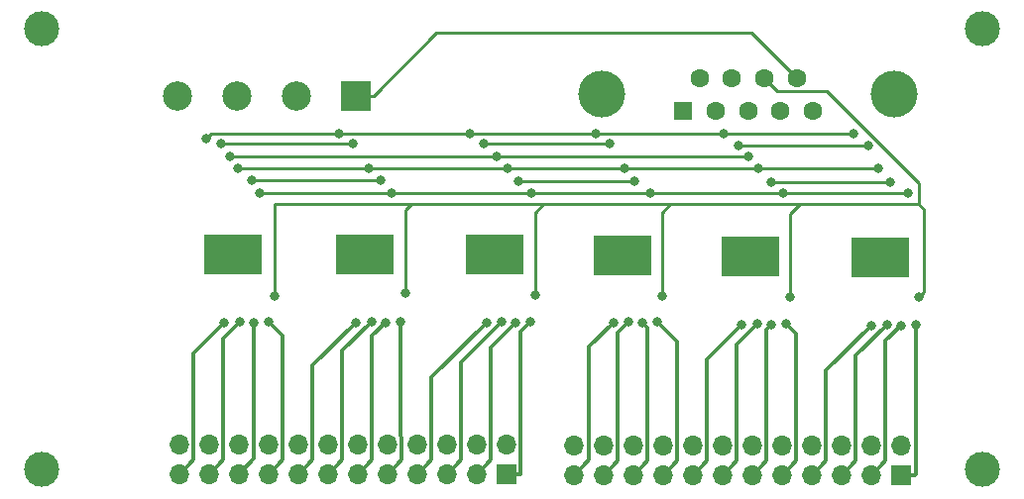
<source format=gbr>
G04 #@! TF.GenerationSoftware,KiCad,Pcbnew,(5.0.0)*
G04 #@! TF.CreationDate,2019-03-26T18:29:11-05:00*
G04 #@! TF.ProjectId,PP_OCT,50505F4F43542E6B696361645F706362,rev?*
G04 #@! TF.SameCoordinates,Original*
G04 #@! TF.FileFunction,Copper,L2,Bot,Signal*
G04 #@! TF.FilePolarity,Positive*
%FSLAX46Y46*%
G04 Gerber Fmt 4.6, Leading zero omitted, Abs format (unit mm)*
G04 Created by KiCad (PCBNEW (5.0.0)) date 03/26/19 18:29:11*
%MOMM*%
%LPD*%
G01*
G04 APERTURE LIST*
G04 #@! TA.AperFunction,ComponentPad*
%ADD10C,3.000000*%
G04 #@! TD*
G04 #@! TA.AperFunction,ComponentPad*
%ADD11R,1.700000X1.700000*%
G04 #@! TD*
G04 #@! TA.AperFunction,ComponentPad*
%ADD12O,1.700000X1.700000*%
G04 #@! TD*
G04 #@! TA.AperFunction,ComponentPad*
%ADD13C,2.500000*%
G04 #@! TD*
G04 #@! TA.AperFunction,ComponentPad*
%ADD14R,2.500000X2.500000*%
G04 #@! TD*
G04 #@! TA.AperFunction,ViaPad*
%ADD15C,0.600000*%
G04 #@! TD*
G04 #@! TA.AperFunction,Conductor*
%ADD16R,5.000000X3.400000*%
G04 #@! TD*
G04 #@! TA.AperFunction,ComponentPad*
%ADD17C,4.000000*%
G04 #@! TD*
G04 #@! TA.AperFunction,ComponentPad*
%ADD18C,1.600000*%
G04 #@! TD*
G04 #@! TA.AperFunction,ComponentPad*
%ADD19R,1.600000X1.600000*%
G04 #@! TD*
G04 #@! TA.AperFunction,ViaPad*
%ADD20C,0.800000*%
G04 #@! TD*
G04 #@! TA.AperFunction,Conductor*
%ADD21C,0.350000*%
G04 #@! TD*
G04 #@! TA.AperFunction,Conductor*
%ADD22C,0.250000*%
G04 #@! TD*
G04 APERTURE END LIST*
D10*
G04 #@! TO.P,REF\002A\002A,1*
G04 #@! TO.N,N/C*
X170950000Y-112470000D03*
G04 #@! TD*
G04 #@! TO.P,REF\002A\002A,1*
G04 #@! TO.N,N/C*
X90620000Y-112470000D03*
G04 #@! TD*
G04 #@! TO.P,REF\002A\002A,1*
G04 #@! TO.N,N/C*
X170950000Y-150140000D03*
G04 #@! TD*
G04 #@! TO.P,REF\002A\002A,1*
G04 #@! TO.N,N/C*
X90620000Y-150140000D03*
G04 #@! TD*
D11*
G04 #@! TO.P,J3,1*
G04 #@! TO.N,Net-(J3-Pad1)*
X163960000Y-150600000D03*
D12*
G04 #@! TO.P,J3,2*
G04 #@! TO.N,/VCC*
X136020000Y-148060000D03*
G04 #@! TO.P,J3,3*
G04 #@! TO.N,Net-(J3-Pad3)*
X161420000Y-150600000D03*
G04 #@! TO.P,J3,4*
G04 #@! TO.N,/VCC*
X138560000Y-148060000D03*
G04 #@! TO.P,J3,5*
G04 #@! TO.N,Net-(J3-Pad5)*
X158880000Y-150600000D03*
G04 #@! TO.P,J3,6*
G04 #@! TO.N,/VCC*
X141100000Y-148060000D03*
G04 #@! TO.P,J3,7*
G04 #@! TO.N,Net-(J3-Pad7)*
X156340000Y-150600000D03*
G04 #@! TO.P,J3,8*
G04 #@! TO.N,/VCC*
X143640000Y-148060000D03*
G04 #@! TO.P,J3,9*
G04 #@! TO.N,Net-(J3-Pad9)*
X153800000Y-150600000D03*
G04 #@! TO.P,J3,10*
G04 #@! TO.N,/VCC*
X146180000Y-148060000D03*
G04 #@! TO.P,J3,11*
G04 #@! TO.N,Net-(J3-Pad11)*
X151260000Y-150600000D03*
G04 #@! TO.P,J3,12*
G04 #@! TO.N,/VCC*
X148720000Y-148060000D03*
G04 #@! TO.P,J3,13*
G04 #@! TO.N,Net-(J3-Pad13)*
X148720000Y-150600000D03*
G04 #@! TO.P,J3,14*
G04 #@! TO.N,/VCC*
X151260000Y-148060000D03*
G04 #@! TO.P,J3,15*
G04 #@! TO.N,Net-(J3-Pad15)*
X146180000Y-150600000D03*
G04 #@! TO.P,J3,16*
G04 #@! TO.N,/VCC*
X153800000Y-148060000D03*
G04 #@! TO.P,J3,17*
G04 #@! TO.N,Net-(J3-Pad17)*
X143640000Y-150600000D03*
G04 #@! TO.P,J3,18*
G04 #@! TO.N,/VCC*
X156340000Y-148060000D03*
G04 #@! TO.P,J3,19*
G04 #@! TO.N,Net-(J3-Pad19)*
X141100000Y-150600000D03*
G04 #@! TO.P,J3,20*
G04 #@! TO.N,/VCC*
X158880000Y-148060000D03*
G04 #@! TO.P,J3,21*
G04 #@! TO.N,Net-(J3-Pad21)*
X138560000Y-150600000D03*
G04 #@! TO.P,J3,22*
G04 #@! TO.N,/VCC*
X161420000Y-148060000D03*
G04 #@! TO.P,J3,23*
G04 #@! TO.N,Net-(J3-Pad23)*
X136020000Y-150600000D03*
G04 #@! TO.P,J3,24*
G04 #@! TO.N,/VCC*
X163960000Y-148060000D03*
G04 #@! TD*
D11*
G04 #@! TO.P,J4,1*
G04 #@! TO.N,Net-(J4-Pad1)*
X130270000Y-150520000D03*
D12*
G04 #@! TO.P,J4,2*
G04 #@! TO.N,/VCC*
X102330000Y-147980000D03*
G04 #@! TO.P,J4,3*
G04 #@! TO.N,Net-(J4-Pad3)*
X127730000Y-150520000D03*
G04 #@! TO.P,J4,4*
G04 #@! TO.N,/VCC*
X104870000Y-147980000D03*
G04 #@! TO.P,J4,5*
G04 #@! TO.N,Net-(J4-Pad5)*
X125190000Y-150520000D03*
G04 #@! TO.P,J4,6*
G04 #@! TO.N,/VCC*
X107410000Y-147980000D03*
G04 #@! TO.P,J4,7*
G04 #@! TO.N,Net-(J4-Pad7)*
X122650000Y-150520000D03*
G04 #@! TO.P,J4,8*
G04 #@! TO.N,/VCC*
X109950000Y-147980000D03*
G04 #@! TO.P,J4,9*
G04 #@! TO.N,Net-(J4-Pad9)*
X120110000Y-150520000D03*
G04 #@! TO.P,J4,10*
G04 #@! TO.N,/VCC*
X112490000Y-147980000D03*
G04 #@! TO.P,J4,11*
G04 #@! TO.N,Net-(J4-Pad11)*
X117570000Y-150520000D03*
G04 #@! TO.P,J4,12*
G04 #@! TO.N,/VCC*
X115030000Y-147980000D03*
G04 #@! TO.P,J4,13*
G04 #@! TO.N,Net-(J4-Pad13)*
X115030000Y-150520000D03*
G04 #@! TO.P,J4,14*
G04 #@! TO.N,/VCC*
X117570000Y-147980000D03*
G04 #@! TO.P,J4,15*
G04 #@! TO.N,Net-(J4-Pad15)*
X112490000Y-150520000D03*
G04 #@! TO.P,J4,16*
G04 #@! TO.N,/VCC*
X120110000Y-147980000D03*
G04 #@! TO.P,J4,17*
G04 #@! TO.N,Net-(J4-Pad17)*
X109950000Y-150520000D03*
G04 #@! TO.P,J4,18*
G04 #@! TO.N,/VCC*
X122650000Y-147980000D03*
G04 #@! TO.P,J4,19*
G04 #@! TO.N,Net-(J4-Pad19)*
X107410000Y-150520000D03*
G04 #@! TO.P,J4,20*
G04 #@! TO.N,/VCC*
X125190000Y-147980000D03*
G04 #@! TO.P,J4,21*
G04 #@! TO.N,Net-(J4-Pad21)*
X104870000Y-150520000D03*
G04 #@! TO.P,J4,22*
G04 #@! TO.N,/VCC*
X127730000Y-147980000D03*
G04 #@! TO.P,J4,23*
G04 #@! TO.N,Net-(J4-Pad23)*
X102330000Y-150520000D03*
G04 #@! TO.P,J4,24*
G04 #@! TO.N,/VCC*
X130270000Y-147980000D03*
G04 #@! TD*
D13*
G04 #@! TO.P,J1,4*
G04 #@! TO.N,/VCC*
X102190000Y-118160000D03*
G04 #@! TO.P,J1,3*
X107270000Y-118160000D03*
G04 #@! TO.P,J1,2*
G04 #@! TO.N,/GND*
X112350000Y-118160000D03*
D14*
G04 #@! TO.P,J1,1*
X117430000Y-118160000D03*
G04 #@! TD*
D15*
G04 #@! TO.N,/GND*
G04 #@! TO.C,U3*
X104750000Y-132860000D03*
X104750000Y-131760000D03*
X104750000Y-130660000D03*
X105850000Y-132860000D03*
X105850000Y-131760000D03*
X105850000Y-130660000D03*
X106950000Y-132860000D03*
X106950000Y-131760000D03*
X106950000Y-130660000D03*
X108050000Y-132860000D03*
X108050000Y-131760000D03*
X108050000Y-130660000D03*
X109150000Y-130660000D03*
X109150000Y-131760000D03*
X109150000Y-132860000D03*
D16*
X106950000Y-131760000D03*
G04 #@! TD*
D17*
G04 #@! TO.P,J2,0*
G04 #@! TO.N,N/C*
X138430000Y-118060000D03*
X163430000Y-118060000D03*
D18*
G04 #@! TO.P,J2,9*
G04 #@! TO.N,/GND*
X155085000Y-116640000D03*
G04 #@! TO.P,J2,8*
G04 #@! TO.N,nENBL*
X152315000Y-116640000D03*
G04 #@! TO.P,J2,7*
G04 #@! TO.N,RESET*
X149545000Y-116640000D03*
G04 #@! TO.P,J2,6*
G04 #@! TO.N,FAULT*
X146775000Y-116640000D03*
G04 #@! TO.P,J2,5*
G04 #@! TO.N,SER_DATA*
X156470000Y-119480000D03*
G04 #@! TO.P,J2,4*
G04 #@! TO.N,SER_CLK*
X153700000Y-119480000D03*
G04 #@! TO.P,J2,3*
G04 #@! TO.N,LATCH_C*
X150930000Y-119480000D03*
G04 #@! TO.P,J2,2*
G04 #@! TO.N,LATCH_B*
X148160000Y-119480000D03*
D19*
G04 #@! TO.P,J2,1*
G04 #@! TO.N,LATCH_A*
X145390000Y-119480000D03*
G04 #@! TD*
D15*
G04 #@! TO.N,/GND*
G04 #@! TO.C,U1*
X115980000Y-132860000D03*
X115980000Y-131760000D03*
X115980000Y-130660000D03*
X117080000Y-132860000D03*
X117080000Y-131760000D03*
X117080000Y-130660000D03*
X118180000Y-132860000D03*
X118180000Y-131760000D03*
X118180000Y-130660000D03*
X119280000Y-132860000D03*
X119280000Y-131760000D03*
X119280000Y-130660000D03*
X120380000Y-130660000D03*
X120380000Y-131760000D03*
X120380000Y-132860000D03*
D16*
X118180000Y-131760000D03*
G04 #@! TD*
D15*
G04 #@! TO.N,/GND*
G04 #@! TO.C,U2*
X127120000Y-132860000D03*
X127120000Y-131760000D03*
X127120000Y-130660000D03*
X128220000Y-132860000D03*
X128220000Y-131760000D03*
X128220000Y-130660000D03*
X129320000Y-132860000D03*
X129320000Y-131760000D03*
X129320000Y-130660000D03*
X130420000Y-132860000D03*
X130420000Y-131760000D03*
X130420000Y-130660000D03*
X131520000Y-130660000D03*
X131520000Y-131760000D03*
X131520000Y-132860000D03*
D16*
X129320000Y-131760000D03*
G04 #@! TD*
D15*
G04 #@! TO.N,/GND*
G04 #@! TO.C,U4*
X137970000Y-132950000D03*
X137970000Y-131850000D03*
X137970000Y-130750000D03*
X139070000Y-132950000D03*
X139070000Y-131850000D03*
X139070000Y-130750000D03*
X140170000Y-132950000D03*
X140170000Y-131850000D03*
X140170000Y-130750000D03*
X141270000Y-132950000D03*
X141270000Y-131850000D03*
X141270000Y-130750000D03*
X142370000Y-130750000D03*
X142370000Y-131850000D03*
X142370000Y-132950000D03*
D16*
X140170000Y-131850000D03*
G04 #@! TD*
D15*
G04 #@! TO.N,/GND*
G04 #@! TO.C,U5*
X148930000Y-133030000D03*
X148930000Y-131930000D03*
X148930000Y-130830000D03*
X150030000Y-133030000D03*
X150030000Y-131930000D03*
X150030000Y-130830000D03*
X151130000Y-133030000D03*
X151130000Y-131930000D03*
X151130000Y-130830000D03*
X152230000Y-133030000D03*
X152230000Y-131930000D03*
X152230000Y-130830000D03*
X153330000Y-130830000D03*
X153330000Y-131930000D03*
X153330000Y-133030000D03*
D16*
X151130000Y-131930000D03*
G04 #@! TD*
D15*
G04 #@! TO.N,/GND*
G04 #@! TO.C,U6*
X160010000Y-133090000D03*
X160010000Y-131990000D03*
X160010000Y-130890000D03*
X161110000Y-133090000D03*
X161110000Y-131990000D03*
X161110000Y-130890000D03*
X162210000Y-133090000D03*
X162210000Y-131990000D03*
X162210000Y-130890000D03*
X163310000Y-133090000D03*
X163310000Y-131990000D03*
X163310000Y-130890000D03*
X164410000Y-130890000D03*
X164410000Y-131990000D03*
X164410000Y-133090000D03*
D16*
X162210000Y-131990000D03*
G04 #@! TD*
D20*
G04 #@! TO.N,Net-(J3-Pad1)*
X165230000Y-137750000D03*
G04 #@! TO.N,Net-(J3-Pad3)*
X163960000Y-137820000D03*
G04 #@! TO.N,Net-(J3-Pad5)*
X162780000Y-137730000D03*
G04 #@! TO.N,Net-(J3-Pad7)*
X161440000Y-137800000D03*
G04 #@! TO.N,Net-(J3-Pad9)*
X154160000Y-137690000D03*
G04 #@! TO.N,Net-(J3-Pad11)*
X152890000Y-137760000D03*
G04 #@! TO.N,Net-(J3-Pad13)*
X151710000Y-137670000D03*
G04 #@! TO.N,Net-(J3-Pad15)*
X150370000Y-137740000D03*
G04 #@! TO.N,Net-(J3-Pad17)*
X143200000Y-137520000D03*
G04 #@! TO.N,Net-(J3-Pad19)*
X141930000Y-137590000D03*
G04 #@! TO.N,Net-(J3-Pad21)*
X140750000Y-137500000D03*
G04 #@! TO.N,Net-(J3-Pad23)*
X139410000Y-137570000D03*
G04 #@! TO.N,Net-(J4-Pad23)*
X106190000Y-137550000D03*
G04 #@! TO.N,Net-(J4-Pad21)*
X107530000Y-137480000D03*
G04 #@! TO.N,Net-(J4-Pad19)*
X108710000Y-137570000D03*
G04 #@! TO.N,Net-(J4-Pad17)*
X109980000Y-137500000D03*
G04 #@! TO.N,Net-(J4-Pad15)*
X117410000Y-137570000D03*
G04 #@! TO.N,Net-(J4-Pad13)*
X118750000Y-137500000D03*
G04 #@! TO.N,Net-(J4-Pad11)*
X119930000Y-137590000D03*
G04 #@! TO.N,Net-(J4-Pad9)*
X121200000Y-137520000D03*
G04 #@! TO.N,Net-(J4-Pad7)*
X128570000Y-137560000D03*
G04 #@! TO.N,Net-(J4-Pad5)*
X129910000Y-137490000D03*
G04 #@! TO.N,Net-(J4-Pad3)*
X131090000Y-137580000D03*
G04 #@! TO.N,Net-(J4-Pad1)*
X132360000Y-137510000D03*
G04 #@! TO.N,Net-(U1-Pad14)*
X105930000Y-122280000D03*
X117200000Y-122280000D03*
G04 #@! TO.N,Net-(U2-Pad15)*
X128320000Y-122290000D03*
X139080000Y-122290000D03*
G04 #@! TO.N,LATCH_A*
X108500000Y-125400000D03*
X119530000Y-125400000D03*
G04 #@! TO.N,LATCH_B*
X131300000Y-125490000D03*
X141240000Y-125490000D03*
G04 #@! TO.N,LATCH_C*
X152920000Y-125590000D03*
X163090000Y-125590000D03*
G04 #@! TO.N,SER_CLK*
X107390000Y-124360000D03*
X162030000Y-124360000D03*
X151810000Y-124360000D03*
X140370000Y-124360000D03*
X130420000Y-124360000D03*
X118490000Y-124360000D03*
G04 #@! TO.N,SER_DATA*
X106640000Y-123330000D03*
X150980000Y-123330000D03*
X129440000Y-123330000D03*
G04 #@! TO.N,FAULT*
X104660000Y-121830000D03*
X159960001Y-121430001D03*
X148840000Y-121430001D03*
X137910000Y-121430001D03*
X127130000Y-121430001D03*
X115950000Y-121430001D03*
G04 #@! TO.N,Net-(U5-Pad15)*
X150110000Y-122390000D03*
X161220000Y-122390000D03*
G04 #@! TO.N,RESET*
X109220000Y-126500000D03*
X120460000Y-126500000D03*
X132420000Y-126500000D03*
X142600000Y-126490000D03*
X153960000Y-126490000D03*
X164610000Y-126490000D03*
G04 #@! TO.N,nENBL*
X165555000Y-135360000D03*
X154540000Y-135365000D03*
X143565000Y-135270000D03*
X121660000Y-135080000D03*
X110500000Y-135335000D03*
X132745000Y-135210000D03*
G04 #@! TD*
D21*
G04 #@! TO.N,Net-(J3-Pad1)*
X165160000Y-150600000D02*
X163960000Y-150600000D01*
X165230000Y-150530000D02*
X165160000Y-150600000D01*
X165230000Y-137750000D02*
X165230000Y-150530000D01*
D22*
G04 #@! TO.N,/GND*
X118930000Y-118160000D02*
X117430000Y-118160000D01*
X124280000Y-112810000D02*
X118930000Y-118160000D01*
X151255000Y-112810000D02*
X124280000Y-112810000D01*
X155085000Y-116640000D02*
X151255000Y-112810000D01*
D21*
G04 #@! TO.N,Net-(J3-Pad3)*
X162269999Y-149750001D02*
X161420000Y-150600000D01*
X162645001Y-149374999D02*
X162269999Y-149750001D01*
X162645001Y-139134999D02*
X162645001Y-149374999D01*
X163960000Y-137820000D02*
X162645001Y-139134999D01*
G04 #@! TO.N,Net-(J3-Pad5)*
X159729999Y-149750001D02*
X158880000Y-150600000D01*
X160105001Y-149374999D02*
X159729999Y-149750001D01*
X160105001Y-140404999D02*
X160105001Y-149374999D01*
X162780000Y-137730000D02*
X160105001Y-140404999D01*
G04 #@! TO.N,Net-(J3-Pad7)*
X157189999Y-149750001D02*
X156340000Y-150600000D01*
X157565001Y-149374999D02*
X157189999Y-149750001D01*
X157565001Y-141674999D02*
X157565001Y-149374999D01*
X161440000Y-137800000D02*
X157565001Y-141674999D01*
G04 #@! TO.N,Net-(J3-Pad9)*
X154649999Y-149750001D02*
X153800000Y-150600000D01*
X155025001Y-149374999D02*
X154649999Y-149750001D01*
X155025001Y-138555001D02*
X155025001Y-149374999D01*
X154160000Y-137690000D02*
X155025001Y-138555001D01*
G04 #@! TO.N,Net-(J3-Pad11)*
X152109999Y-149750001D02*
X151260000Y-150600000D01*
X152485001Y-149374999D02*
X152109999Y-149750001D01*
X152485001Y-138164999D02*
X152485001Y-149374999D01*
X152890000Y-137760000D02*
X152485001Y-138164999D01*
G04 #@! TO.N,Net-(J3-Pad13)*
X149569999Y-149750001D02*
X148720000Y-150600000D01*
X149945001Y-149374999D02*
X149569999Y-149750001D01*
X149945001Y-139434999D02*
X149945001Y-149374999D01*
X151710000Y-137670000D02*
X149945001Y-139434999D01*
G04 #@! TO.N,Net-(J3-Pad15)*
X147029999Y-149750001D02*
X146180000Y-150600000D01*
X147405001Y-149374999D02*
X147029999Y-149750001D01*
X147405001Y-140704999D02*
X147405001Y-149374999D01*
X150370000Y-137740000D02*
X147405001Y-140704999D01*
G04 #@! TO.N,Net-(J3-Pad17)*
X144489999Y-149750001D02*
X143640000Y-150600000D01*
X144865001Y-149374999D02*
X144489999Y-149750001D01*
X144865001Y-139185001D02*
X144865001Y-149374999D01*
X143200000Y-137520000D02*
X144865001Y-139185001D01*
G04 #@! TO.N,Net-(J3-Pad19)*
X141949999Y-149750001D02*
X141100000Y-150600000D01*
X142329999Y-149370001D02*
X141949999Y-149750001D01*
X142329999Y-137989999D02*
X142329999Y-149370001D01*
X141930000Y-137590000D02*
X142329999Y-137989999D01*
G04 #@! TO.N,Net-(J3-Pad21)*
X139409999Y-149750001D02*
X138560000Y-150600000D01*
X139785001Y-149374999D02*
X139409999Y-149750001D01*
X139785001Y-138464999D02*
X139785001Y-149374999D01*
X140750000Y-137500000D02*
X139785001Y-138464999D01*
G04 #@! TO.N,Net-(J3-Pad23)*
X136869999Y-149750001D02*
X136020000Y-150600000D01*
X137334999Y-149285001D02*
X136869999Y-149750001D01*
X137334999Y-139645001D02*
X137334999Y-149285001D01*
X139410000Y-137570000D02*
X137334999Y-139645001D01*
G04 #@! TO.N,Net-(J4-Pad23)*
X103179999Y-149670001D02*
X102330000Y-150520000D01*
X103555001Y-149294999D02*
X103179999Y-149670001D01*
X103555001Y-140184999D02*
X103555001Y-149294999D01*
X106190000Y-137550000D02*
X103555001Y-140184999D01*
G04 #@! TO.N,Net-(J4-Pad21)*
X105719999Y-149670001D02*
X104870000Y-150520000D01*
X106095001Y-149294999D02*
X105719999Y-149670001D01*
X106095001Y-138914999D02*
X106095001Y-149294999D01*
X107530000Y-137480000D02*
X106095001Y-138914999D01*
G04 #@! TO.N,Net-(J4-Pad19)*
X108710000Y-149220000D02*
X107410000Y-150520000D01*
X108710000Y-137570000D02*
X108710000Y-149220000D01*
G04 #@! TO.N,Net-(J4-Pad17)*
X110799999Y-149670001D02*
X109950000Y-150520000D01*
X111175001Y-149294999D02*
X110799999Y-149670001D01*
X111175001Y-138695001D02*
X111175001Y-149294999D01*
X109980000Y-137500000D02*
X111175001Y-138695001D01*
G04 #@! TO.N,Net-(J4-Pad15)*
X113339999Y-149670001D02*
X112490000Y-150520000D01*
X113715001Y-149294999D02*
X113339999Y-149670001D01*
X113715001Y-141264999D02*
X113715001Y-149294999D01*
X117410000Y-137570000D02*
X113715001Y-141264999D01*
G04 #@! TO.N,Net-(J4-Pad13)*
X115879999Y-149670001D02*
X115030000Y-150520000D01*
X116255001Y-149294999D02*
X115879999Y-149670001D01*
X116255001Y-139994999D02*
X116255001Y-149294999D01*
X118750000Y-137500000D02*
X116255001Y-139994999D01*
G04 #@! TO.N,Net-(J4-Pad11)*
X118419999Y-149670001D02*
X117570000Y-150520000D01*
X118795001Y-149294999D02*
X118419999Y-149670001D01*
X118795001Y-138724999D02*
X118795001Y-149294999D01*
X119930000Y-137590000D02*
X118795001Y-138724999D01*
G04 #@! TO.N,Net-(J4-Pad9)*
X120959999Y-149670001D02*
X120110000Y-150520000D01*
X121335001Y-149294999D02*
X120959999Y-149670001D01*
X121335001Y-147391999D02*
X121335001Y-149294999D01*
X121200000Y-147256998D02*
X121335001Y-147391999D01*
X121200000Y-137520000D02*
X121200000Y-147256998D01*
G04 #@! TO.N,Net-(J4-Pad7)*
X123499999Y-149670001D02*
X122650000Y-150520000D01*
X123875001Y-149294999D02*
X123499999Y-149670001D01*
X123875001Y-142254999D02*
X123875001Y-149294999D01*
X128570000Y-137560000D02*
X123875001Y-142254999D01*
G04 #@! TO.N,Net-(J4-Pad5)*
X126039999Y-149670001D02*
X125190000Y-150520000D01*
X126415001Y-149294999D02*
X126039999Y-149670001D01*
X126415001Y-140984999D02*
X126415001Y-149294999D01*
X129910000Y-137490000D02*
X126415001Y-140984999D01*
G04 #@! TO.N,Net-(J4-Pad3)*
X128579999Y-149670001D02*
X127730000Y-150520000D01*
X128955001Y-149294999D02*
X128579999Y-149670001D01*
X128955001Y-139714999D02*
X128955001Y-149294999D01*
X131090000Y-137580000D02*
X128955001Y-139714999D01*
G04 #@! TO.N,Net-(J4-Pad1)*
X131470000Y-150520000D02*
X130270000Y-150520000D01*
X131495001Y-150494999D02*
X131470000Y-150520000D01*
X131495001Y-138374999D02*
X131495001Y-150494999D01*
X132360000Y-137510000D02*
X131495001Y-138374999D01*
D22*
G04 #@! TO.N,Net-(U1-Pad14)*
X105930000Y-122280000D02*
X117200000Y-122280000D01*
X117200000Y-122280000D02*
X117200000Y-122280000D01*
G04 #@! TO.N,Net-(U2-Pad15)*
X128320000Y-122290000D02*
X139080000Y-122290000D01*
X139080000Y-122290000D02*
X139080000Y-122290000D01*
G04 #@! TO.N,LATCH_A*
X108500000Y-125400000D02*
X119530000Y-125400000D01*
X119530000Y-125400000D02*
X119530000Y-125400000D01*
G04 #@! TO.N,LATCH_B*
X131300000Y-125490000D02*
X141240000Y-125490000D01*
X141240000Y-125490000D02*
X141240000Y-125490000D01*
G04 #@! TO.N,LATCH_C*
X152920000Y-125590000D02*
X163090000Y-125590000D01*
X163090000Y-125590000D02*
X163090000Y-125590000D01*
G04 #@! TO.N,SER_CLK*
X107390000Y-124360000D02*
X118490000Y-124360000D01*
X162030000Y-124360000D02*
X162030000Y-124360000D01*
X151810000Y-124360000D02*
X162030000Y-124360000D01*
X140370000Y-124360000D02*
X151810000Y-124360000D01*
X130420000Y-124360000D02*
X140370000Y-124360000D01*
X118490000Y-124360000D02*
X130420000Y-124360000D01*
G04 #@! TO.N,SER_DATA*
X106640000Y-123330000D02*
X118130000Y-123330000D01*
X150170000Y-123330000D02*
X150170000Y-123330000D01*
X140170000Y-123330000D02*
X150170000Y-123330000D01*
X128670000Y-123330000D02*
X129440000Y-123330000D01*
X118130000Y-123330000D02*
X128670000Y-123330000D01*
X150170000Y-123330000D02*
X150980000Y-123330000D01*
X150980000Y-123330000D02*
X150980000Y-123330000D01*
X129440000Y-123330000D02*
X140170000Y-123330000D01*
G04 #@! TO.N,FAULT*
X105059999Y-121430001D02*
X115950000Y-121430001D01*
X104660000Y-121830000D02*
X105059999Y-121430001D01*
X159960001Y-121430001D02*
X159960001Y-121430001D01*
X148840000Y-121430001D02*
X159960001Y-121430001D01*
X137910000Y-121430001D02*
X148840000Y-121430001D01*
X127130000Y-121430001D02*
X137910000Y-121430001D01*
X115950000Y-121430001D02*
X127130000Y-121430001D01*
G04 #@! TO.N,Net-(U5-Pad15)*
X150110000Y-122390000D02*
X161220000Y-122390000D01*
X161220000Y-122390000D02*
X161220000Y-122390000D01*
G04 #@! TO.N,RESET*
X109220000Y-126500000D02*
X120460000Y-126500000D01*
X134600000Y-126500000D02*
X134610000Y-126490000D01*
X134610000Y-126490000D02*
X142600000Y-126490000D01*
X120460000Y-126500000D02*
X132420000Y-126500000D01*
X132420000Y-126500000D02*
X134600000Y-126500000D01*
X142600000Y-126490000D02*
X153960000Y-126490000D01*
X153960000Y-126490000D02*
X164610000Y-126490000D01*
X164180000Y-126490000D02*
X164610000Y-126490000D01*
X164610000Y-126490000D02*
X164180000Y-126490000D01*
G04 #@! TO.N,nENBL*
X110500000Y-135335000D02*
X110500000Y-134769315D01*
X110500000Y-134769315D02*
X110500000Y-127460000D01*
X132745000Y-128155000D02*
X133440000Y-127460000D01*
X132745000Y-135210000D02*
X132745000Y-128155000D01*
X143565000Y-128185000D02*
X144290000Y-127460000D01*
X143565000Y-135270000D02*
X143565000Y-128185000D01*
X133440000Y-127460000D02*
X144290000Y-127460000D01*
X154540000Y-128300000D02*
X155380000Y-127460000D01*
X154540000Y-135365000D02*
X154540000Y-128300000D01*
X144290000Y-127460000D02*
X155380000Y-127460000D01*
X121660000Y-127940000D02*
X122140000Y-127460000D01*
X121660000Y-135080000D02*
X121660000Y-127940000D01*
X110500000Y-127460000D02*
X122140000Y-127460000D01*
X122140000Y-127460000D02*
X133440000Y-127460000D01*
X165520000Y-125616998D02*
X165520000Y-127460000D01*
X157668003Y-117765001D02*
X165520000Y-125616998D01*
X153440001Y-117765001D02*
X157668003Y-117765001D01*
X152315000Y-116640000D02*
X153440001Y-117765001D01*
X155380000Y-127460000D02*
X165520000Y-127460000D01*
X165954999Y-127894999D02*
X165520000Y-127460000D01*
X165954999Y-134960001D02*
X165954999Y-127894999D01*
X165555000Y-135360000D02*
X165954999Y-134960001D01*
G04 #@! TD*
M02*

</source>
